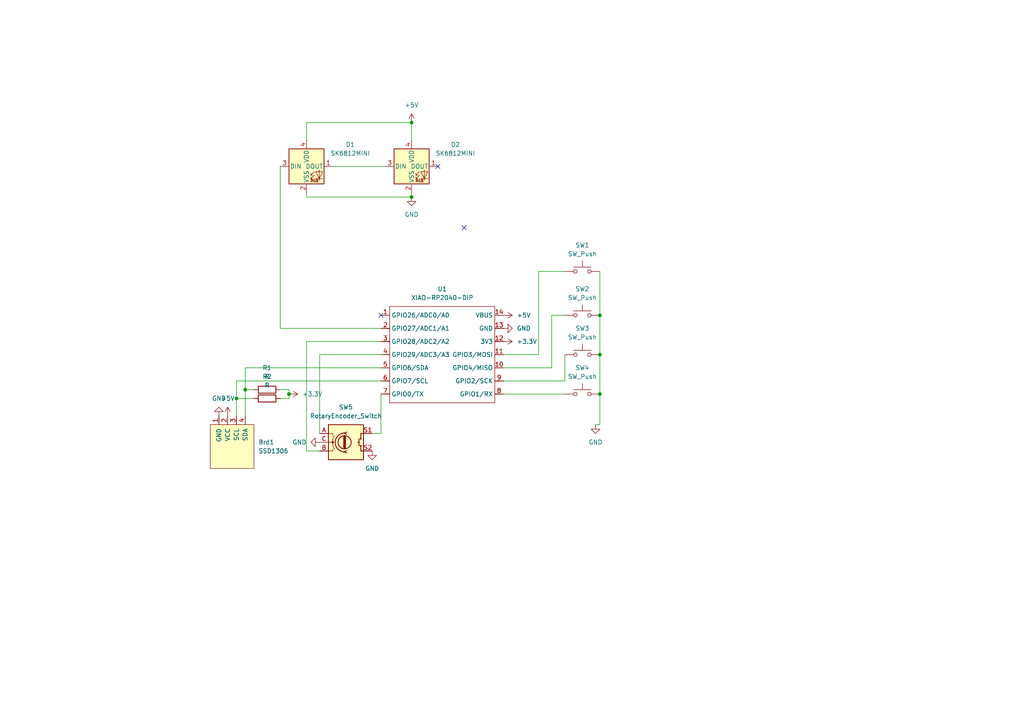
<source format=kicad_sch>
(kicad_sch
	(version 20231120)
	(generator "eeschema")
	(generator_version "8.0")
	(uuid "61877ab9-ea3e-4aff-bdbb-68178e431ae4")
	(paper "A4")
	(lib_symbols
		(symbol "Device:R"
			(pin_numbers hide)
			(pin_names
				(offset 0)
			)
			(exclude_from_sim no)
			(in_bom yes)
			(on_board yes)
			(property "Reference" "R"
				(at 2.032 0 90)
				(effects
					(font
						(size 1.27 1.27)
					)
				)
			)
			(property "Value" "R"
				(at 0 0 90)
				(effects
					(font
						(size 1.27 1.27)
					)
				)
			)
			(property "Footprint" ""
				(at -1.778 0 90)
				(effects
					(font
						(size 1.27 1.27)
					)
					(hide yes)
				)
			)
			(property "Datasheet" "~"
				(at 0 0 0)
				(effects
					(font
						(size 1.27 1.27)
					)
					(hide yes)
				)
			)
			(property "Description" "Resistor"
				(at 0 0 0)
				(effects
					(font
						(size 1.27 1.27)
					)
					(hide yes)
				)
			)
			(property "ki_keywords" "R res resistor"
				(at 0 0 0)
				(effects
					(font
						(size 1.27 1.27)
					)
					(hide yes)
				)
			)
			(property "ki_fp_filters" "R_*"
				(at 0 0 0)
				(effects
					(font
						(size 1.27 1.27)
					)
					(hide yes)
				)
			)
			(symbol "R_0_1"
				(rectangle
					(start -1.016 -2.54)
					(end 1.016 2.54)
					(stroke
						(width 0.254)
						(type default)
					)
					(fill
						(type none)
					)
				)
			)
			(symbol "R_1_1"
				(pin passive line
					(at 0 3.81 270)
					(length 1.27)
					(name "~"
						(effects
							(font
								(size 1.27 1.27)
							)
						)
					)
					(number "1"
						(effects
							(font
								(size 1.27 1.27)
							)
						)
					)
				)
				(pin passive line
					(at 0 -3.81 90)
					(length 1.27)
					(name "~"
						(effects
							(font
								(size 1.27 1.27)
							)
						)
					)
					(number "2"
						(effects
							(font
								(size 1.27 1.27)
							)
						)
					)
				)
			)
		)
		(symbol "Device:RotaryEncoder_Switch"
			(pin_names
				(offset 0.254) hide)
			(exclude_from_sim no)
			(in_bom yes)
			(on_board yes)
			(property "Reference" "SW"
				(at 0 6.604 0)
				(effects
					(font
						(size 1.27 1.27)
					)
				)
			)
			(property "Value" "RotaryEncoder_Switch"
				(at 0 -6.604 0)
				(effects
					(font
						(size 1.27 1.27)
					)
				)
			)
			(property "Footprint" ""
				(at -3.81 4.064 0)
				(effects
					(font
						(size 1.27 1.27)
					)
					(hide yes)
				)
			)
			(property "Datasheet" "~"
				(at 0 6.604 0)
				(effects
					(font
						(size 1.27 1.27)
					)
					(hide yes)
				)
			)
			(property "Description" "Rotary encoder, dual channel, incremental quadrate outputs, with switch"
				(at 0 0 0)
				(effects
					(font
						(size 1.27 1.27)
					)
					(hide yes)
				)
			)
			(property "ki_keywords" "rotary switch encoder switch push button"
				(at 0 0 0)
				(effects
					(font
						(size 1.27 1.27)
					)
					(hide yes)
				)
			)
			(property "ki_fp_filters" "RotaryEncoder*Switch*"
				(at 0 0 0)
				(effects
					(font
						(size 1.27 1.27)
					)
					(hide yes)
				)
			)
			(symbol "RotaryEncoder_Switch_0_1"
				(rectangle
					(start -5.08 5.08)
					(end 5.08 -5.08)
					(stroke
						(width 0.254)
						(type default)
					)
					(fill
						(type background)
					)
				)
				(circle
					(center -3.81 0)
					(radius 0.254)
					(stroke
						(width 0)
						(type default)
					)
					(fill
						(type outline)
					)
				)
				(circle
					(center -0.381 0)
					(radius 1.905)
					(stroke
						(width 0.254)
						(type default)
					)
					(fill
						(type none)
					)
				)
				(arc
					(start -0.381 2.667)
					(mid -3.0988 -0.0635)
					(end -0.381 -2.794)
					(stroke
						(width 0.254)
						(type default)
					)
					(fill
						(type none)
					)
				)
				(polyline
					(pts
						(xy -0.635 -1.778) (xy -0.635 1.778)
					)
					(stroke
						(width 0.254)
						(type default)
					)
					(fill
						(type none)
					)
				)
				(polyline
					(pts
						(xy -0.381 -1.778) (xy -0.381 1.778)
					)
					(stroke
						(width 0.254)
						(type default)
					)
					(fill
						(type none)
					)
				)
				(polyline
					(pts
						(xy -0.127 1.778) (xy -0.127 -1.778)
					)
					(stroke
						(width 0.254)
						(type default)
					)
					(fill
						(type none)
					)
				)
				(polyline
					(pts
						(xy 3.81 0) (xy 3.429 0)
					)
					(stroke
						(width 0.254)
						(type default)
					)
					(fill
						(type none)
					)
				)
				(polyline
					(pts
						(xy 3.81 1.016) (xy 3.81 -1.016)
					)
					(stroke
						(width 0.254)
						(type default)
					)
					(fill
						(type none)
					)
				)
				(polyline
					(pts
						(xy -5.08 -2.54) (xy -3.81 -2.54) (xy -3.81 -2.032)
					)
					(stroke
						(width 0)
						(type default)
					)
					(fill
						(type none)
					)
				)
				(polyline
					(pts
						(xy -5.08 2.54) (xy -3.81 2.54) (xy -3.81 2.032)
					)
					(stroke
						(width 0)
						(type default)
					)
					(fill
						(type none)
					)
				)
				(polyline
					(pts
						(xy 0.254 -3.048) (xy -0.508 -2.794) (xy 0.127 -2.413)
					)
					(stroke
						(width 0.254)
						(type default)
					)
					(fill
						(type none)
					)
				)
				(polyline
					(pts
						(xy 0.254 2.921) (xy -0.508 2.667) (xy 0.127 2.286)
					)
					(stroke
						(width 0.254)
						(type default)
					)
					(fill
						(type none)
					)
				)
				(polyline
					(pts
						(xy 5.08 -2.54) (xy 4.318 -2.54) (xy 4.318 -1.016)
					)
					(stroke
						(width 0.254)
						(type default)
					)
					(fill
						(type none)
					)
				)
				(polyline
					(pts
						(xy 5.08 2.54) (xy 4.318 2.54) (xy 4.318 1.016)
					)
					(stroke
						(width 0.254)
						(type default)
					)
					(fill
						(type none)
					)
				)
				(polyline
					(pts
						(xy -5.08 0) (xy -3.81 0) (xy -3.81 -1.016) (xy -3.302 -2.032)
					)
					(stroke
						(width 0)
						(type default)
					)
					(fill
						(type none)
					)
				)
				(polyline
					(pts
						(xy -4.318 0) (xy -3.81 0) (xy -3.81 1.016) (xy -3.302 2.032)
					)
					(stroke
						(width 0)
						(type default)
					)
					(fill
						(type none)
					)
				)
				(circle
					(center 4.318 -1.016)
					(radius 0.127)
					(stroke
						(width 0.254)
						(type default)
					)
					(fill
						(type none)
					)
				)
				(circle
					(center 4.318 1.016)
					(radius 0.127)
					(stroke
						(width 0.254)
						(type default)
					)
					(fill
						(type none)
					)
				)
			)
			(symbol "RotaryEncoder_Switch_1_1"
				(pin passive line
					(at -7.62 2.54 0)
					(length 2.54)
					(name "A"
						(effects
							(font
								(size 1.27 1.27)
							)
						)
					)
					(number "A"
						(effects
							(font
								(size 1.27 1.27)
							)
						)
					)
				)
				(pin passive line
					(at -7.62 -2.54 0)
					(length 2.54)
					(name "B"
						(effects
							(font
								(size 1.27 1.27)
							)
						)
					)
					(number "B"
						(effects
							(font
								(size 1.27 1.27)
							)
						)
					)
				)
				(pin passive line
					(at -7.62 0 0)
					(length 2.54)
					(name "C"
						(effects
							(font
								(size 1.27 1.27)
							)
						)
					)
					(number "C"
						(effects
							(font
								(size 1.27 1.27)
							)
						)
					)
				)
				(pin passive line
					(at 7.62 2.54 180)
					(length 2.54)
					(name "S1"
						(effects
							(font
								(size 1.27 1.27)
							)
						)
					)
					(number "S1"
						(effects
							(font
								(size 1.27 1.27)
							)
						)
					)
				)
				(pin passive line
					(at 7.62 -2.54 180)
					(length 2.54)
					(name "S2"
						(effects
							(font
								(size 1.27 1.27)
							)
						)
					)
					(number "S2"
						(effects
							(font
								(size 1.27 1.27)
							)
						)
					)
				)
			)
		)
		(symbol "LED:SK6812MINI"
			(pin_names
				(offset 0.254)
			)
			(exclude_from_sim no)
			(in_bom yes)
			(on_board yes)
			(property "Reference" "D"
				(at 5.08 5.715 0)
				(effects
					(font
						(size 1.27 1.27)
					)
					(justify right bottom)
				)
			)
			(property "Value" "SK6812MINI"
				(at 1.27 -5.715 0)
				(effects
					(font
						(size 1.27 1.27)
					)
					(justify left top)
				)
			)
			(property "Footprint" "LED_SMD:LED_SK6812MINI_PLCC4_3.5x3.5mm_P1.75mm"
				(at 1.27 -7.62 0)
				(effects
					(font
						(size 1.27 1.27)
					)
					(justify left top)
					(hide yes)
				)
			)
			(property "Datasheet" "https://cdn-shop.adafruit.com/product-files/2686/SK6812MINI_REV.01-1-2.pdf"
				(at 2.54 -9.525 0)
				(effects
					(font
						(size 1.27 1.27)
					)
					(justify left top)
					(hide yes)
				)
			)
			(property "Description" "RGB LED with integrated controller"
				(at 0 0 0)
				(effects
					(font
						(size 1.27 1.27)
					)
					(hide yes)
				)
			)
			(property "ki_keywords" "RGB LED NeoPixel Mini addressable"
				(at 0 0 0)
				(effects
					(font
						(size 1.27 1.27)
					)
					(hide yes)
				)
			)
			(property "ki_fp_filters" "LED*SK6812MINI*PLCC*3.5x3.5mm*P1.75mm*"
				(at 0 0 0)
				(effects
					(font
						(size 1.27 1.27)
					)
					(hide yes)
				)
			)
			(symbol "SK6812MINI_0_0"
				(text "RGB"
					(at 2.286 -4.191 0)
					(effects
						(font
							(size 0.762 0.762)
						)
					)
				)
			)
			(symbol "SK6812MINI_0_1"
				(polyline
					(pts
						(xy 1.27 -3.556) (xy 1.778 -3.556)
					)
					(stroke
						(width 0)
						(type default)
					)
					(fill
						(type none)
					)
				)
				(polyline
					(pts
						(xy 1.27 -2.54) (xy 1.778 -2.54)
					)
					(stroke
						(width 0)
						(type default)
					)
					(fill
						(type none)
					)
				)
				(polyline
					(pts
						(xy 4.699 -3.556) (xy 2.667 -3.556)
					)
					(stroke
						(width 0)
						(type default)
					)
					(fill
						(type none)
					)
				)
				(polyline
					(pts
						(xy 2.286 -2.54) (xy 1.27 -3.556) (xy 1.27 -3.048)
					)
					(stroke
						(width 0)
						(type default)
					)
					(fill
						(type none)
					)
				)
				(polyline
					(pts
						(xy 2.286 -1.524) (xy 1.27 -2.54) (xy 1.27 -2.032)
					)
					(stroke
						(width 0)
						(type default)
					)
					(fill
						(type none)
					)
				)
				(polyline
					(pts
						(xy 3.683 -1.016) (xy 3.683 -3.556) (xy 3.683 -4.064)
					)
					(stroke
						(width 0)
						(type default)
					)
					(fill
						(type none)
					)
				)
				(polyline
					(pts
						(xy 4.699 -1.524) (xy 2.667 -1.524) (xy 3.683 -3.556) (xy 4.699 -1.524)
					)
					(stroke
						(width 0)
						(type default)
					)
					(fill
						(type none)
					)
				)
				(rectangle
					(start 5.08 5.08)
					(end -5.08 -5.08)
					(stroke
						(width 0.254)
						(type default)
					)
					(fill
						(type background)
					)
				)
			)
			(symbol "SK6812MINI_1_1"
				(pin output line
					(at 7.62 0 180)
					(length 2.54)
					(name "DOUT"
						(effects
							(font
								(size 1.27 1.27)
							)
						)
					)
					(number "1"
						(effects
							(font
								(size 1.27 1.27)
							)
						)
					)
				)
				(pin power_in line
					(at 0 -7.62 90)
					(length 2.54)
					(name "VSS"
						(effects
							(font
								(size 1.27 1.27)
							)
						)
					)
					(number "2"
						(effects
							(font
								(size 1.27 1.27)
							)
						)
					)
				)
				(pin input line
					(at -7.62 0 0)
					(length 2.54)
					(name "DIN"
						(effects
							(font
								(size 1.27 1.27)
							)
						)
					)
					(number "3"
						(effects
							(font
								(size 1.27 1.27)
							)
						)
					)
				)
				(pin power_in line
					(at 0 7.62 270)
					(length 2.54)
					(name "VDD"
						(effects
							(font
								(size 1.27 1.27)
							)
						)
					)
					(number "4"
						(effects
							(font
								(size 1.27 1.27)
							)
						)
					)
				)
			)
		)
		(symbol "OPL:XIAO-RP2040-DIP"
			(exclude_from_sim no)
			(in_bom yes)
			(on_board yes)
			(property "Reference" "U"
				(at 0 0 0)
				(effects
					(font
						(size 1.27 1.27)
					)
				)
			)
			(property "Value" "XIAO-RP2040-DIP"
				(at 5.334 -1.778 0)
				(effects
					(font
						(size 1.27 1.27)
					)
				)
			)
			(property "Footprint" "Module:MOUDLE14P-XIAO-DIP-SMD"
				(at 14.478 -32.258 0)
				(effects
					(font
						(size 1.27 1.27)
					)
					(hide yes)
				)
			)
			(property "Datasheet" ""
				(at 0 0 0)
				(effects
					(font
						(size 1.27 1.27)
					)
					(hide yes)
				)
			)
			(property "Description" ""
				(at 0 0 0)
				(effects
					(font
						(size 1.27 1.27)
					)
					(hide yes)
				)
			)
			(symbol "XIAO-RP2040-DIP_1_0"
				(polyline
					(pts
						(xy -1.27 -30.48) (xy -1.27 -16.51)
					)
					(stroke
						(width 0.1524)
						(type solid)
					)
					(fill
						(type none)
					)
				)
				(polyline
					(pts
						(xy -1.27 -27.94) (xy -2.54 -27.94)
					)
					(stroke
						(width 0.1524)
						(type solid)
					)
					(fill
						(type none)
					)
				)
				(polyline
					(pts
						(xy -1.27 -24.13) (xy -2.54 -24.13)
					)
					(stroke
						(width 0.1524)
						(type solid)
					)
					(fill
						(type none)
					)
				)
				(polyline
					(pts
						(xy -1.27 -20.32) (xy -2.54 -20.32)
					)
					(stroke
						(width 0.1524)
						(type solid)
					)
					(fill
						(type none)
					)
				)
				(polyline
					(pts
						(xy -1.27 -16.51) (xy -2.54 -16.51)
					)
					(stroke
						(width 0.1524)
						(type solid)
					)
					(fill
						(type none)
					)
				)
				(polyline
					(pts
						(xy -1.27 -16.51) (xy -1.27 -12.7)
					)
					(stroke
						(width 0.1524)
						(type solid)
					)
					(fill
						(type none)
					)
				)
				(polyline
					(pts
						(xy -1.27 -12.7) (xy -2.54 -12.7)
					)
					(stroke
						(width 0.1524)
						(type solid)
					)
					(fill
						(type none)
					)
				)
				(polyline
					(pts
						(xy -1.27 -12.7) (xy -1.27 -8.89)
					)
					(stroke
						(width 0.1524)
						(type solid)
					)
					(fill
						(type none)
					)
				)
				(polyline
					(pts
						(xy -1.27 -8.89) (xy -2.54 -8.89)
					)
					(stroke
						(width 0.1524)
						(type solid)
					)
					(fill
						(type none)
					)
				)
				(polyline
					(pts
						(xy -1.27 -8.89) (xy -1.27 -5.08)
					)
					(stroke
						(width 0.1524)
						(type solid)
					)
					(fill
						(type none)
					)
				)
				(polyline
					(pts
						(xy -1.27 -5.08) (xy -2.54 -5.08)
					)
					(stroke
						(width 0.1524)
						(type solid)
					)
					(fill
						(type none)
					)
				)
				(polyline
					(pts
						(xy -1.27 -5.08) (xy -1.27 -2.54)
					)
					(stroke
						(width 0.1524)
						(type solid)
					)
					(fill
						(type none)
					)
				)
				(polyline
					(pts
						(xy -1.27 -2.54) (xy 29.21 -2.54)
					)
					(stroke
						(width 0.1524)
						(type solid)
					)
					(fill
						(type none)
					)
				)
				(polyline
					(pts
						(xy 29.21 -30.48) (xy -1.27 -30.48)
					)
					(stroke
						(width 0.1524)
						(type solid)
					)
					(fill
						(type none)
					)
				)
				(polyline
					(pts
						(xy 29.21 -12.7) (xy 29.21 -30.48)
					)
					(stroke
						(width 0.1524)
						(type solid)
					)
					(fill
						(type none)
					)
				)
				(polyline
					(pts
						(xy 29.21 -8.89) (xy 29.21 -12.7)
					)
					(stroke
						(width 0.1524)
						(type solid)
					)
					(fill
						(type none)
					)
				)
				(polyline
					(pts
						(xy 29.21 -5.08) (xy 29.21 -8.89)
					)
					(stroke
						(width 0.1524)
						(type solid)
					)
					(fill
						(type none)
					)
				)
				(polyline
					(pts
						(xy 29.21 -2.54) (xy 29.21 -5.08)
					)
					(stroke
						(width 0.1524)
						(type solid)
					)
					(fill
						(type none)
					)
				)
				(polyline
					(pts
						(xy 30.48 -27.94) (xy 29.21 -27.94)
					)
					(stroke
						(width 0.1524)
						(type solid)
					)
					(fill
						(type none)
					)
				)
				(polyline
					(pts
						(xy 30.48 -24.13) (xy 29.21 -24.13)
					)
					(stroke
						(width 0.1524)
						(type solid)
					)
					(fill
						(type none)
					)
				)
				(polyline
					(pts
						(xy 30.48 -20.32) (xy 29.21 -20.32)
					)
					(stroke
						(width 0.1524)
						(type solid)
					)
					(fill
						(type none)
					)
				)
				(polyline
					(pts
						(xy 30.48 -16.51) (xy 29.21 -16.51)
					)
					(stroke
						(width 0.1524)
						(type solid)
					)
					(fill
						(type none)
					)
				)
				(polyline
					(pts
						(xy 30.48 -12.7) (xy 29.21 -12.7)
					)
					(stroke
						(width 0.1524)
						(type solid)
					)
					(fill
						(type none)
					)
				)
				(polyline
					(pts
						(xy 30.48 -8.89) (xy 29.21 -8.89)
					)
					(stroke
						(width 0.1524)
						(type solid)
					)
					(fill
						(type none)
					)
				)
				(polyline
					(pts
						(xy 30.48 -5.08) (xy 29.21 -5.08)
					)
					(stroke
						(width 0.1524)
						(type solid)
					)
					(fill
						(type none)
					)
				)
				(pin passive line
					(at -3.81 -5.08 0)
					(length 2.54)
					(name "GPIO26/ADC0/A0"
						(effects
							(font
								(size 1.27 1.27)
							)
						)
					)
					(number "1"
						(effects
							(font
								(size 1.27 1.27)
							)
						)
					)
				)
				(pin passive line
					(at 31.75 -20.32 180)
					(length 2.54)
					(name "GPIO4/MISO"
						(effects
							(font
								(size 1.27 1.27)
							)
						)
					)
					(number "10"
						(effects
							(font
								(size 1.27 1.27)
							)
						)
					)
				)
				(pin passive line
					(at 31.75 -16.51 180)
					(length 2.54)
					(name "GPIO3/MOSI"
						(effects
							(font
								(size 1.27 1.27)
							)
						)
					)
					(number "11"
						(effects
							(font
								(size 1.27 1.27)
							)
						)
					)
				)
				(pin passive line
					(at 31.75 -12.7 180)
					(length 2.54)
					(name "3V3"
						(effects
							(font
								(size 1.27 1.27)
							)
						)
					)
					(number "12"
						(effects
							(font
								(size 1.27 1.27)
							)
						)
					)
				)
				(pin passive line
					(at 31.75 -8.89 180)
					(length 2.54)
					(name "GND"
						(effects
							(font
								(size 1.27 1.27)
							)
						)
					)
					(number "13"
						(effects
							(font
								(size 1.27 1.27)
							)
						)
					)
				)
				(pin passive line
					(at 31.75 -5.08 180)
					(length 2.54)
					(name "VBUS"
						(effects
							(font
								(size 1.27 1.27)
							)
						)
					)
					(number "14"
						(effects
							(font
								(size 1.27 1.27)
							)
						)
					)
				)
				(pin passive line
					(at -3.81 -8.89 0)
					(length 2.54)
					(name "GPIO27/ADC1/A1"
						(effects
							(font
								(size 1.27 1.27)
							)
						)
					)
					(number "2"
						(effects
							(font
								(size 1.27 1.27)
							)
						)
					)
				)
				(pin passive line
					(at -3.81 -12.7 0)
					(length 2.54)
					(name "GPIO28/ADC2/A2"
						(effects
							(font
								(size 1.27 1.27)
							)
						)
					)
					(number "3"
						(effects
							(font
								(size 1.27 1.27)
							)
						)
					)
				)
				(pin passive line
					(at -3.81 -16.51 0)
					(length 2.54)
					(name "GPIO29/ADC3/A3"
						(effects
							(font
								(size 1.27 1.27)
							)
						)
					)
					(number "4"
						(effects
							(font
								(size 1.27 1.27)
							)
						)
					)
				)
				(pin passive line
					(at -3.81 -20.32 0)
					(length 2.54)
					(name "GPIO6/SDA"
						(effects
							(font
								(size 1.27 1.27)
							)
						)
					)
					(number "5"
						(effects
							(font
								(size 1.27 1.27)
							)
						)
					)
				)
				(pin passive line
					(at -3.81 -24.13 0)
					(length 2.54)
					(name "GPIO7/SCL"
						(effects
							(font
								(size 1.27 1.27)
							)
						)
					)
					(number "6"
						(effects
							(font
								(size 1.27 1.27)
							)
						)
					)
				)
				(pin passive line
					(at -3.81 -27.94 0)
					(length 2.54)
					(name "GPIO0/TX"
						(effects
							(font
								(size 1.27 1.27)
							)
						)
					)
					(number "7"
						(effects
							(font
								(size 1.27 1.27)
							)
						)
					)
				)
				(pin passive line
					(at 31.75 -27.94 180)
					(length 2.54)
					(name "GPIO1/RX"
						(effects
							(font
								(size 1.27 1.27)
							)
						)
					)
					(number "8"
						(effects
							(font
								(size 1.27 1.27)
							)
						)
					)
				)
				(pin passive line
					(at 31.75 -24.13 180)
					(length 2.54)
					(name "GPIO2/SCK"
						(effects
							(font
								(size 1.27 1.27)
							)
						)
					)
					(number "9"
						(effects
							(font
								(size 1.27 1.27)
							)
						)
					)
				)
			)
		)
		(symbol "SSD1306:SSD1306"
			(pin_names
				(offset 1.016)
			)
			(exclude_from_sim no)
			(in_bom yes)
			(on_board yes)
			(property "Reference" "Brd"
				(at 0 -3.81 0)
				(effects
					(font
						(size 1.27 1.27)
					)
				)
			)
			(property "Value" "SSD1306"
				(at 0 -1.27 0)
				(effects
					(font
						(size 1.27 1.27)
					)
				)
			)
			(property "Footprint" ""
				(at 0 6.35 0)
				(effects
					(font
						(size 1.27 1.27)
					)
					(hide yes)
				)
			)
			(property "Datasheet" ""
				(at 0 6.35 0)
				(effects
					(font
						(size 1.27 1.27)
					)
					(hide yes)
				)
			)
			(property "Description" "SSD1306 OLED"
				(at 0 0 0)
				(effects
					(font
						(size 1.27 1.27)
					)
					(hide yes)
				)
			)
			(property "ki_keywords" "SSD1306"
				(at 0 0 0)
				(effects
					(font
						(size 1.27 1.27)
					)
					(hide yes)
				)
			)
			(property "ki_fp_filters" "SSD1306-128x64_OLED:SSD1306"
				(at 0 0 0)
				(effects
					(font
						(size 1.27 1.27)
					)
					(hide yes)
				)
			)
			(symbol "SSD1306_0_1"
				(rectangle
					(start -6.35 6.35)
					(end 6.35 -6.35)
					(stroke
						(width 0)
						(type solid)
					)
					(fill
						(type background)
					)
				)
			)
			(symbol "SSD1306_1_1"
				(pin input line
					(at -3.81 8.89 270)
					(length 2.54)
					(name "GND"
						(effects
							(font
								(size 1.27 1.27)
							)
						)
					)
					(number "1"
						(effects
							(font
								(size 1.27 1.27)
							)
						)
					)
				)
				(pin input line
					(at -1.27 8.89 270)
					(length 2.54)
					(name "VCC"
						(effects
							(font
								(size 1.27 1.27)
							)
						)
					)
					(number "2"
						(effects
							(font
								(size 1.27 1.27)
							)
						)
					)
				)
				(pin input line
					(at 1.27 8.89 270)
					(length 2.54)
					(name "SCL"
						(effects
							(font
								(size 1.27 1.27)
							)
						)
					)
					(number "3"
						(effects
							(font
								(size 1.27 1.27)
							)
						)
					)
				)
				(pin input line
					(at 3.81 8.89 270)
					(length 2.54)
					(name "SDA"
						(effects
							(font
								(size 1.27 1.27)
							)
						)
					)
					(number "4"
						(effects
							(font
								(size 1.27 1.27)
							)
						)
					)
				)
			)
		)
		(symbol "Switch:SW_Push"
			(pin_numbers hide)
			(pin_names
				(offset 1.016) hide)
			(exclude_from_sim no)
			(in_bom yes)
			(on_board yes)
			(property "Reference" "SW"
				(at 1.27 2.54 0)
				(effects
					(font
						(size 1.27 1.27)
					)
					(justify left)
				)
			)
			(property "Value" "SW_Push"
				(at 0 -1.524 0)
				(effects
					(font
						(size 1.27 1.27)
					)
				)
			)
			(property "Footprint" ""
				(at 0 5.08 0)
				(effects
					(font
						(size 1.27 1.27)
					)
					(hide yes)
				)
			)
			(property "Datasheet" "~"
				(at 0 5.08 0)
				(effects
					(font
						(size 1.27 1.27)
					)
					(hide yes)
				)
			)
			(property "Description" "Push button switch, generic, two pins"
				(at 0 0 0)
				(effects
					(font
						(size 1.27 1.27)
					)
					(hide yes)
				)
			)
			(property "ki_keywords" "switch normally-open pushbutton push-button"
				(at 0 0 0)
				(effects
					(font
						(size 1.27 1.27)
					)
					(hide yes)
				)
			)
			(symbol "SW_Push_0_1"
				(circle
					(center -2.032 0)
					(radius 0.508)
					(stroke
						(width 0)
						(type default)
					)
					(fill
						(type none)
					)
				)
				(polyline
					(pts
						(xy 0 1.27) (xy 0 3.048)
					)
					(stroke
						(width 0)
						(type default)
					)
					(fill
						(type none)
					)
				)
				(polyline
					(pts
						(xy 2.54 1.27) (xy -2.54 1.27)
					)
					(stroke
						(width 0)
						(type default)
					)
					(fill
						(type none)
					)
				)
				(circle
					(center 2.032 0)
					(radius 0.508)
					(stroke
						(width 0)
						(type default)
					)
					(fill
						(type none)
					)
				)
				(pin passive line
					(at -5.08 0 0)
					(length 2.54)
					(name "1"
						(effects
							(font
								(size 1.27 1.27)
							)
						)
					)
					(number "1"
						(effects
							(font
								(size 1.27 1.27)
							)
						)
					)
				)
				(pin passive line
					(at 5.08 0 180)
					(length 2.54)
					(name "2"
						(effects
							(font
								(size 1.27 1.27)
							)
						)
					)
					(number "2"
						(effects
							(font
								(size 1.27 1.27)
							)
						)
					)
				)
			)
		)
		(symbol "power:+3.3V"
			(power)
			(pin_numbers hide)
			(pin_names
				(offset 0) hide)
			(exclude_from_sim no)
			(in_bom yes)
			(on_board yes)
			(property "Reference" "#PWR"
				(at 0 -3.81 0)
				(effects
					(font
						(size 1.27 1.27)
					)
					(hide yes)
				)
			)
			(property "Value" "+3.3V"
				(at 0 3.556 0)
				(effects
					(font
						(size 1.27 1.27)
					)
				)
			)
			(property "Footprint" ""
				(at 0 0 0)
				(effects
					(font
						(size 1.27 1.27)
					)
					(hide yes)
				)
			)
			(property "Datasheet" ""
				(at 0 0 0)
				(effects
					(font
						(size 1.27 1.27)
					)
					(hide yes)
				)
			)
			(property "Description" "Power symbol creates a global label with name \"+3.3V\""
				(at 0 0 0)
				(effects
					(font
						(size 1.27 1.27)
					)
					(hide yes)
				)
			)
			(property "ki_keywords" "global power"
				(at 0 0 0)
				(effects
					(font
						(size 1.27 1.27)
					)
					(hide yes)
				)
			)
			(symbol "+3.3V_0_1"
				(polyline
					(pts
						(xy -0.762 1.27) (xy 0 2.54)
					)
					(stroke
						(width 0)
						(type default)
					)
					(fill
						(type none)
					)
				)
				(polyline
					(pts
						(xy 0 0) (xy 0 2.54)
					)
					(stroke
						(width 0)
						(type default)
					)
					(fill
						(type none)
					)
				)
				(polyline
					(pts
						(xy 0 2.54) (xy 0.762 1.27)
					)
					(stroke
						(width 0)
						(type default)
					)
					(fill
						(type none)
					)
				)
			)
			(symbol "+3.3V_1_1"
				(pin power_in line
					(at 0 0 90)
					(length 0)
					(name "~"
						(effects
							(font
								(size 1.27 1.27)
							)
						)
					)
					(number "1"
						(effects
							(font
								(size 1.27 1.27)
							)
						)
					)
				)
			)
		)
		(symbol "power:+5V"
			(power)
			(pin_numbers hide)
			(pin_names
				(offset 0) hide)
			(exclude_from_sim no)
			(in_bom yes)
			(on_board yes)
			(property "Reference" "#PWR"
				(at 0 -3.81 0)
				(effects
					(font
						(size 1.27 1.27)
					)
					(hide yes)
				)
			)
			(property "Value" "+5V"
				(at 0 3.556 0)
				(effects
					(font
						(size 1.27 1.27)
					)
				)
			)
			(property "Footprint" ""
				(at 0 0 0)
				(effects
					(font
						(size 1.27 1.27)
					)
					(hide yes)
				)
			)
			(property "Datasheet" ""
				(at 0 0 0)
				(effects
					(font
						(size 1.27 1.27)
					)
					(hide yes)
				)
			)
			(property "Description" "Power symbol creates a global label with name \"+5V\""
				(at 0 0 0)
				(effects
					(font
						(size 1.27 1.27)
					)
					(hide yes)
				)
			)
			(property "ki_keywords" "global power"
				(at 0 0 0)
				(effects
					(font
						(size 1.27 1.27)
					)
					(hide yes)
				)
			)
			(symbol "+5V_0_1"
				(polyline
					(pts
						(xy -0.762 1.27) (xy 0 2.54)
					)
					(stroke
						(width 0)
						(type default)
					)
					(fill
						(type none)
					)
				)
				(polyline
					(pts
						(xy 0 0) (xy 0 2.54)
					)
					(stroke
						(width 0)
						(type default)
					)
					(fill
						(type none)
					)
				)
				(polyline
					(pts
						(xy 0 2.54) (xy 0.762 1.27)
					)
					(stroke
						(width 0)
						(type default)
					)
					(fill
						(type none)
					)
				)
			)
			(symbol "+5V_1_1"
				(pin power_in line
					(at 0 0 90)
					(length 0)
					(name "~"
						(effects
							(font
								(size 1.27 1.27)
							)
						)
					)
					(number "1"
						(effects
							(font
								(size 1.27 1.27)
							)
						)
					)
				)
			)
		)
		(symbol "power:GND"
			(power)
			(pin_numbers hide)
			(pin_names
				(offset 0) hide)
			(exclude_from_sim no)
			(in_bom yes)
			(on_board yes)
			(property "Reference" "#PWR"
				(at 0 -6.35 0)
				(effects
					(font
						(size 1.27 1.27)
					)
					(hide yes)
				)
			)
			(property "Value" "GND"
				(at 0 -3.81 0)
				(effects
					(font
						(size 1.27 1.27)
					)
				)
			)
			(property "Footprint" ""
				(at 0 0 0)
				(effects
					(font
						(size 1.27 1.27)
					)
					(hide yes)
				)
			)
			(property "Datasheet" ""
				(at 0 0 0)
				(effects
					(font
						(size 1.27 1.27)
					)
					(hide yes)
				)
			)
			(property "Description" "Power symbol creates a global label with name \"GND\" , ground"
				(at 0 0 0)
				(effects
					(font
						(size 1.27 1.27)
					)
					(hide yes)
				)
			)
			(property "ki_keywords" "global power"
				(at 0 0 0)
				(effects
					(font
						(size 1.27 1.27)
					)
					(hide yes)
				)
			)
			(symbol "GND_0_1"
				(polyline
					(pts
						(xy 0 0) (xy 0 -1.27) (xy 1.27 -1.27) (xy 0 -2.54) (xy -1.27 -1.27) (xy 0 -1.27)
					)
					(stroke
						(width 0)
						(type default)
					)
					(fill
						(type none)
					)
				)
			)
			(symbol "GND_1_1"
				(pin power_in line
					(at 0 0 270)
					(length 0)
					(name "~"
						(effects
							(font
								(size 1.27 1.27)
							)
						)
					)
					(number "1"
						(effects
							(font
								(size 1.27 1.27)
							)
						)
					)
				)
			)
		)
	)
	(junction
		(at 119.38 57.15)
		(diameter 0)
		(color 0 0 0 0)
		(uuid "018d6b24-2826-4051-bbe0-a7aa30d4363e")
	)
	(junction
		(at 173.99 114.3)
		(diameter 0)
		(color 0 0 0 0)
		(uuid "24b60cb5-6714-4358-bea4-dabc26cfa924")
	)
	(junction
		(at 173.99 102.87)
		(diameter 0)
		(color 0 0 0 0)
		(uuid "32d73b1b-9d4e-4e26-835c-244813b3cf6b")
	)
	(junction
		(at 173.99 91.44)
		(diameter 0)
		(color 0 0 0 0)
		(uuid "473a9a72-cd44-4618-9f7d-1b558a35c5c8")
	)
	(junction
		(at 71.12 113.03)
		(diameter 0)
		(color 0 0 0 0)
		(uuid "64375669-afad-4fa4-820c-a907bd5dcbca")
	)
	(junction
		(at 68.58 115.57)
		(diameter 0)
		(color 0 0 0 0)
		(uuid "66ba605a-0565-4887-b5e9-10f578a92f8f")
	)
	(junction
		(at 83.82 114.3)
		(diameter 0)
		(color 0 0 0 0)
		(uuid "bb5aabe6-6abc-4bab-a592-bcd8e0437f06")
	)
	(junction
		(at 119.38 35.56)
		(diameter 0)
		(color 0 0 0 0)
		(uuid "deeb7b2b-9777-460a-a7ec-e1f508819d8c")
	)
	(no_connect
		(at 110.49 91.44)
		(uuid "c1d1e48b-4bd4-4716-8d57-04c874eafe96")
	)
	(no_connect
		(at 134.62 66.04)
		(uuid "cec81104-cd0c-4377-bb4a-56365b82749b")
	)
	(no_connect
		(at 127 48.26)
		(uuid "da0dabfa-1c15-4ed5-ab78-b83928ff3a38")
	)
	(wire
		(pts
			(xy 110.49 99.06) (xy 88.9 99.06)
		)
		(stroke
			(width 0)
			(type default)
		)
		(uuid "07ccda68-a86a-4ac8-8cb3-99e64c6554e9")
	)
	(wire
		(pts
			(xy 96.52 48.26) (xy 111.76 48.26)
		)
		(stroke
			(width 0)
			(type default)
		)
		(uuid "0be14eac-b058-4a60-a8a7-e6e3c2e94760")
	)
	(wire
		(pts
			(xy 88.9 57.15) (xy 119.38 57.15)
		)
		(stroke
			(width 0)
			(type default)
		)
		(uuid "1148be98-d9bd-4353-81dc-7f0002697a85")
	)
	(wire
		(pts
			(xy 110.49 114.3) (xy 110.49 125.73)
		)
		(stroke
			(width 0)
			(type default)
		)
		(uuid "2165ea91-0e3e-4626-b9eb-f2d5a31e9cb8")
	)
	(wire
		(pts
			(xy 68.58 115.57) (xy 73.66 115.57)
		)
		(stroke
			(width 0)
			(type default)
		)
		(uuid "21834070-9d1f-478b-aba1-a8f004941b61")
	)
	(wire
		(pts
			(xy 173.99 114.3) (xy 173.99 123.19)
		)
		(stroke
			(width 0)
			(type default)
		)
		(uuid "23bf750a-633a-453f-b142-38efe2c636cf")
	)
	(wire
		(pts
			(xy 88.9 55.88) (xy 88.9 57.15)
		)
		(stroke
			(width 0)
			(type default)
		)
		(uuid "3df93827-bbd4-46d2-9872-9e4c18cac302")
	)
	(wire
		(pts
			(xy 119.38 35.56) (xy 119.38 40.64)
		)
		(stroke
			(width 0)
			(type default)
		)
		(uuid "3fac85b5-2464-4dc2-975f-f5bd0a79e036")
	)
	(wire
		(pts
			(xy 68.58 115.57) (xy 68.58 110.49)
		)
		(stroke
			(width 0)
			(type default)
		)
		(uuid "4004fb55-309f-4f1a-b1ac-29944264a097")
	)
	(wire
		(pts
			(xy 68.58 120.65) (xy 68.58 115.57)
		)
		(stroke
			(width 0)
			(type default)
		)
		(uuid "465d59b9-503a-4333-a414-2efdad5dc4f6")
	)
	(wire
		(pts
			(xy 81.28 115.57) (xy 83.82 115.57)
		)
		(stroke
			(width 0)
			(type default)
		)
		(uuid "593bf03d-c886-4ff7-adb4-9704df19031d")
	)
	(wire
		(pts
			(xy 160.02 91.44) (xy 160.02 106.68)
		)
		(stroke
			(width 0)
			(type default)
		)
		(uuid "5b84939e-fea2-4dc3-b3d9-841248491e20")
	)
	(wire
		(pts
			(xy 71.12 106.68) (xy 110.49 106.68)
		)
		(stroke
			(width 0)
			(type default)
		)
		(uuid "5c39c7ae-fd12-4b2d-8396-034799187fdb")
	)
	(wire
		(pts
			(xy 71.12 113.03) (xy 71.12 106.68)
		)
		(stroke
			(width 0)
			(type default)
		)
		(uuid "635bd20e-5470-460d-a60b-54467e842349")
	)
	(wire
		(pts
			(xy 163.83 91.44) (xy 160.02 91.44)
		)
		(stroke
			(width 0)
			(type default)
		)
		(uuid "6531d4e9-d85f-4d31-bf40-e8a54f346986")
	)
	(wire
		(pts
			(xy 71.12 113.03) (xy 73.66 113.03)
		)
		(stroke
			(width 0)
			(type default)
		)
		(uuid "6c85a8fb-33df-4a67-a9c6-6000fe08a92c")
	)
	(wire
		(pts
			(xy 173.99 123.19) (xy 172.72 123.19)
		)
		(stroke
			(width 0)
			(type default)
		)
		(uuid "7126671e-9afd-4410-ae50-1c087a14136c")
	)
	(wire
		(pts
			(xy 163.83 110.49) (xy 146.05 110.49)
		)
		(stroke
			(width 0)
			(type default)
		)
		(uuid "7453ceff-59c3-436e-8c2d-bc1285d04a18")
	)
	(wire
		(pts
			(xy 81.28 95.25) (xy 81.28 48.26)
		)
		(stroke
			(width 0)
			(type default)
		)
		(uuid "75ba107e-375c-49c9-b5f4-ad96e7329111")
	)
	(wire
		(pts
			(xy 68.58 110.49) (xy 110.49 110.49)
		)
		(stroke
			(width 0)
			(type default)
		)
		(uuid "7fc03482-42c8-4066-8c5b-642e1b973c0d")
	)
	(wire
		(pts
			(xy 88.9 130.81) (xy 92.71 130.81)
		)
		(stroke
			(width 0)
			(type default)
		)
		(uuid "81f7bee7-dfa2-47fc-b4ca-802802d39717")
	)
	(wire
		(pts
			(xy 156.21 102.87) (xy 146.05 102.87)
		)
		(stroke
			(width 0)
			(type default)
		)
		(uuid "8dfe4ce6-6074-4544-ba9a-09034f0f8729")
	)
	(wire
		(pts
			(xy 83.82 114.3) (xy 83.82 115.57)
		)
		(stroke
			(width 0)
			(type default)
		)
		(uuid "95626295-ee1d-420e-a9dc-090623f912b3")
	)
	(wire
		(pts
			(xy 81.28 113.03) (xy 83.82 113.03)
		)
		(stroke
			(width 0)
			(type default)
		)
		(uuid "a1ccfaae-aae1-43d5-953d-a94c70a4953c")
	)
	(wire
		(pts
			(xy 173.99 91.44) (xy 173.99 102.87)
		)
		(stroke
			(width 0)
			(type default)
		)
		(uuid "a23bbc72-6b9f-408c-adf0-539cd67a61b3")
	)
	(wire
		(pts
			(xy 119.38 57.15) (xy 119.38 55.88)
		)
		(stroke
			(width 0)
			(type default)
		)
		(uuid "a2d22f02-b5f7-4db1-bb68-1870a389e9d5")
	)
	(wire
		(pts
			(xy 173.99 102.87) (xy 173.99 114.3)
		)
		(stroke
			(width 0)
			(type default)
		)
		(uuid "a349d374-aee9-44d9-a857-03ac65425605")
	)
	(wire
		(pts
			(xy 88.9 40.64) (xy 88.9 35.56)
		)
		(stroke
			(width 0)
			(type default)
		)
		(uuid "b5742284-1284-4691-9fc7-9ca03dd07a89")
	)
	(wire
		(pts
			(xy 88.9 99.06) (xy 88.9 130.81)
		)
		(stroke
			(width 0)
			(type default)
		)
		(uuid "b72eab16-2c20-43b4-91f3-94b93fea6d33")
	)
	(wire
		(pts
			(xy 163.83 78.74) (xy 156.21 78.74)
		)
		(stroke
			(width 0)
			(type default)
		)
		(uuid "b803a82f-c254-49eb-bdfb-87835a8f5226")
	)
	(wire
		(pts
			(xy 71.12 120.65) (xy 71.12 113.03)
		)
		(stroke
			(width 0)
			(type default)
		)
		(uuid "c1f8bd4e-3ac4-4b87-8cc5-49f3c8800942")
	)
	(wire
		(pts
			(xy 173.99 78.74) (xy 173.99 91.44)
		)
		(stroke
			(width 0)
			(type default)
		)
		(uuid "d491431a-f916-4625-821f-ec9030bc5b5e")
	)
	(wire
		(pts
			(xy 160.02 106.68) (xy 146.05 106.68)
		)
		(stroke
			(width 0)
			(type default)
		)
		(uuid "dc21f731-8ae4-423e-ad26-c654d4b66d38")
	)
	(wire
		(pts
			(xy 156.21 78.74) (xy 156.21 102.87)
		)
		(stroke
			(width 0)
			(type default)
		)
		(uuid "ddc307b4-f764-4f4d-8d48-f61452f204b3")
	)
	(wire
		(pts
			(xy 92.71 102.87) (xy 110.49 102.87)
		)
		(stroke
			(width 0)
			(type default)
		)
		(uuid "e8839954-2c58-42f1-b1e3-c11197ff50e0")
	)
	(wire
		(pts
			(xy 88.9 35.56) (xy 119.38 35.56)
		)
		(stroke
			(width 0)
			(type default)
		)
		(uuid "e932260b-d134-44c9-a07b-4a98692dc8be")
	)
	(wire
		(pts
			(xy 146.05 114.3) (xy 163.83 114.3)
		)
		(stroke
			(width 0)
			(type default)
		)
		(uuid "e938064c-902c-4455-9b0b-09c8398e688b")
	)
	(wire
		(pts
			(xy 163.83 102.87) (xy 163.83 110.49)
		)
		(stroke
			(width 0)
			(type default)
		)
		(uuid "eec8dd92-a7f0-4afe-8a59-f63baece0f04")
	)
	(wire
		(pts
			(xy 83.82 113.03) (xy 83.82 114.3)
		)
		(stroke
			(width 0)
			(type default)
		)
		(uuid "fc33a9fc-be33-4495-b2ed-72081b8c387c")
	)
	(wire
		(pts
			(xy 110.49 95.25) (xy 81.28 95.25)
		)
		(stroke
			(width 0)
			(type default)
		)
		(uuid "fc65a8c7-b11e-4834-939b-a8655ba6c161")
	)
	(wire
		(pts
			(xy 92.71 125.73) (xy 92.71 102.87)
		)
		(stroke
			(width 0)
			(type default)
		)
		(uuid "fed44f77-1ff4-4971-b454-205975047738")
	)
	(wire
		(pts
			(xy 110.49 125.73) (xy 107.95 125.73)
		)
		(stroke
			(width 0)
			(type default)
		)
		(uuid "ff05679b-ed3d-48b6-a2ce-f5cca417f520")
	)
	(symbol
		(lib_id "power:GND")
		(at 92.71 128.27 270)
		(unit 1)
		(exclude_from_sim no)
		(in_bom yes)
		(on_board yes)
		(dnp no)
		(fields_autoplaced yes)
		(uuid "10a28855-386a-46d7-b386-92e8f2b2bf0d")
		(property "Reference" "#PWR05"
			(at 86.36 128.27 0)
			(effects
				(font
					(size 1.27 1.27)
				)
				(hide yes)
			)
		)
		(property "Value" "GND"
			(at 88.9 128.2699 90)
			(effects
				(font
					(size 1.27 1.27)
				)
				(justify right)
			)
		)
		(property "Footprint" ""
			(at 92.71 128.27 0)
			(effects
				(font
					(size 1.27 1.27)
				)
				(hide yes)
			)
		)
		(property "Datasheet" ""
			(at 92.71 128.27 0)
			(effects
				(font
					(size 1.27 1.27)
				)
				(hide yes)
			)
		)
		(property "Description" "Power symbol creates a global label with name \"GND\" , ground"
			(at 92.71 128.27 0)
			(effects
				(font
					(size 1.27 1.27)
				)
				(hide yes)
			)
		)
		(pin "1"
			(uuid "9a64090a-1abf-4e6e-951f-46f969c6070f")
		)
		(instances
			(project ""
				(path "/61877ab9-ea3e-4aff-bdbb-68178e431ae4"
					(reference "#PWR05")
					(unit 1)
				)
			)
		)
	)
	(symbol
		(lib_id "LED:SK6812MINI")
		(at 119.38 48.26 0)
		(unit 1)
		(exclude_from_sim no)
		(in_bom yes)
		(on_board yes)
		(dnp no)
		(fields_autoplaced yes)
		(uuid "2f210061-be5d-4ab3-8ed2-17efcabcb468")
		(property "Reference" "D2"
			(at 132.08 41.9414 0)
			(effects
				(font
					(size 1.27 1.27)
				)
			)
		)
		(property "Value" "SK6812MINI"
			(at 132.08 44.4814 0)
			(effects
				(font
					(size 1.27 1.27)
				)
			)
		)
		(property "Footprint" "LED_SMD:LED_SK6812MINI_PLCC4_3.5x3.5mm_P1.75mm"
			(at 120.65 55.88 0)
			(effects
				(font
					(size 1.27 1.27)
				)
				(justify left top)
				(hide yes)
			)
		)
		(property "Datasheet" "https://cdn-shop.adafruit.com/product-files/2686/SK6812MINI_REV.01-1-2.pdf"
			(at 121.92 57.785 0)
			(effects
				(font
					(size 1.27 1.27)
				)
				(justify left top)
				(hide yes)
			)
		)
		(property "Description" "RGB LED with integrated controller"
			(at 119.38 48.26 0)
			(effects
				(font
					(size 1.27 1.27)
				)
				(hide yes)
			)
		)
		(pin "2"
			(uuid "16c3e0f4-a137-474e-a17c-62f0b74e1724")
		)
		(pin "1"
			(uuid "83476c33-f5f5-4823-bb48-9153eccaf3b0")
		)
		(pin "4"
			(uuid "0eccae4e-fddf-4b54-93d4-9aedfea4771f")
		)
		(pin "3"
			(uuid "f48b9f53-4aa6-40cd-87a3-c43a172b21ab")
		)
		(instances
			(project "MacroPad"
				(path "/61877ab9-ea3e-4aff-bdbb-68178e431ae4"
					(reference "D2")
					(unit 1)
				)
			)
		)
	)
	(symbol
		(lib_id "power:+3.3V")
		(at 146.05 99.06 270)
		(unit 1)
		(exclude_from_sim no)
		(in_bom yes)
		(on_board yes)
		(dnp no)
		(fields_autoplaced yes)
		(uuid "2fe754f8-76fe-43e8-8f05-7fce01b0d3f4")
		(property "Reference" "#PWR09"
			(at 142.24 99.06 0)
			(effects
				(font
					(size 1.27 1.27)
				)
				(hide yes)
			)
		)
		(property "Value" "+3.3V"
			(at 149.86 99.0599 90)
			(effects
				(font
					(size 1.27 1.27)
				)
				(justify left)
			)
		)
		(property "Footprint" ""
			(at 146.05 99.06 0)
			(effects
				(font
					(size 1.27 1.27)
				)
				(hide yes)
			)
		)
		(property "Datasheet" ""
			(at 146.05 99.06 0)
			(effects
				(font
					(size 1.27 1.27)
				)
				(hide yes)
			)
		)
		(property "Description" "Power symbol creates a global label with name \"+3.3V\""
			(at 146.05 99.06 0)
			(effects
				(font
					(size 1.27 1.27)
				)
				(hide yes)
			)
		)
		(pin "1"
			(uuid "ab1c4fe6-20d9-4af9-91fe-03d71fe9fd94")
		)
		(instances
			(project ""
				(path "/61877ab9-ea3e-4aff-bdbb-68178e431ae4"
					(reference "#PWR09")
					(unit 1)
				)
			)
		)
	)
	(symbol
		(lib_id "power:+5V")
		(at 119.38 35.56 0)
		(unit 1)
		(exclude_from_sim no)
		(in_bom yes)
		(on_board yes)
		(dnp no)
		(fields_autoplaced yes)
		(uuid "30f858d9-b470-4221-9d05-4804be16becf")
		(property "Reference" "#PWR08"
			(at 119.38 39.37 0)
			(effects
				(font
					(size 1.27 1.27)
				)
				(hide yes)
			)
		)
		(property "Value" "+5V"
			(at 119.38 30.48 0)
			(effects
				(font
					(size 1.27 1.27)
				)
			)
		)
		(property "Footprint" ""
			(at 119.38 35.56 0)
			(effects
				(font
					(size 1.27 1.27)
				)
				(hide yes)
			)
		)
		(property "Datasheet" ""
			(at 119.38 35.56 0)
			(effects
				(font
					(size 1.27 1.27)
				)
				(hide yes)
			)
		)
		(property "Description" "Power symbol creates a global label with name \"+5V\""
			(at 119.38 35.56 0)
			(effects
				(font
					(size 1.27 1.27)
				)
				(hide yes)
			)
		)
		(pin "1"
			(uuid "f633f7ef-ac30-46d2-bd2d-aacbf294d6f3")
		)
		(instances
			(project ""
				(path "/61877ab9-ea3e-4aff-bdbb-68178e431ae4"
					(reference "#PWR08")
					(unit 1)
				)
			)
		)
	)
	(symbol
		(lib_id "Switch:SW_Push")
		(at 168.91 114.3 0)
		(mirror y)
		(unit 1)
		(exclude_from_sim no)
		(in_bom yes)
		(on_board yes)
		(dnp no)
		(fields_autoplaced yes)
		(uuid "4e65d1b5-b41f-413e-a8cb-7ac2ee51cc8b")
		(property "Reference" "SW4"
			(at 168.91 106.68 0)
			(effects
				(font
					(size 1.27 1.27)
				)
			)
		)
		(property "Value" "SW_Push"
			(at 168.91 109.22 0)
			(effects
				(font
					(size 1.27 1.27)
				)
			)
		)
		(property "Footprint" "Button_Switch_Keyboard:SW_Cherry_MX_1.00u_PCB"
			(at 168.91 109.22 0)
			(effects
				(font
					(size 1.27 1.27)
				)
				(hide yes)
			)
		)
		(property "Datasheet" "~"
			(at 168.91 109.22 0)
			(effects
				(font
					(size 1.27 1.27)
				)
				(hide yes)
			)
		)
		(property "Description" "Push button switch, generic, two pins"
			(at 168.91 114.3 0)
			(effects
				(font
					(size 1.27 1.27)
				)
				(hide yes)
			)
		)
		(pin "2"
			(uuid "3d49fee4-c0f0-422f-a637-88de270782ea")
		)
		(pin "1"
			(uuid "5da28fa8-9c72-4275-961f-9f3bac183d22")
		)
		(instances
			(project "MacroPad"
				(path "/61877ab9-ea3e-4aff-bdbb-68178e431ae4"
					(reference "SW4")
					(unit 1)
				)
			)
		)
	)
	(symbol
		(lib_id "Switch:SW_Push")
		(at 168.91 78.74 0)
		(mirror y)
		(unit 1)
		(exclude_from_sim no)
		(in_bom yes)
		(on_board yes)
		(dnp no)
		(fields_autoplaced yes)
		(uuid "54306951-3c59-417b-9980-34c30318989f")
		(property "Reference" "SW1"
			(at 168.91 71.12 0)
			(effects
				(font
					(size 1.27 1.27)
				)
			)
		)
		(property "Value" "SW_Push"
			(at 168.91 73.66 0)
			(effects
				(font
					(size 1.27 1.27)
				)
			)
		)
		(property "Footprint" "Button_Switch_Keyboard:SW_Cherry_MX_1.00u_PCB"
			(at 168.91 73.66 0)
			(effects
				(font
					(size 1.27 1.27)
				)
				(hide yes)
			)
		)
		(property "Datasheet" "~"
			(at 168.91 73.66 0)
			(effects
				(font
					(size 1.27 1.27)
				)
				(hide yes)
			)
		)
		(property "Description" "Push button switch, generic, two pins"
			(at 168.91 78.74 0)
			(effects
				(font
					(size 1.27 1.27)
				)
				(hide yes)
			)
		)
		(pin "2"
			(uuid "6806d33f-9db9-4a27-918d-ffe1968b3045")
		)
		(pin "1"
			(uuid "c4dfc5a8-d7e6-4be9-a49b-a8c9085c9888")
		)
		(instances
			(project ""
				(path "/61877ab9-ea3e-4aff-bdbb-68178e431ae4"
					(reference "SW1")
					(unit 1)
				)
			)
		)
	)
	(symbol
		(lib_id "Device:R")
		(at 77.47 113.03 90)
		(unit 1)
		(exclude_from_sim no)
		(in_bom yes)
		(on_board yes)
		(dnp no)
		(fields_autoplaced yes)
		(uuid "5ac9531a-2ac6-406a-8d17-003543d1484b")
		(property "Reference" "R1"
			(at 77.47 106.68 90)
			(effects
				(font
					(size 1.27 1.27)
				)
			)
		)
		(property "Value" "R"
			(at 77.47 109.22 90)
			(effects
				(font
					(size 1.27 1.27)
				)
			)
		)
		(property "Footprint" "Resistor_THT:R_Axial_DIN0204_L3.6mm_D1.6mm_P7.62mm_Horizontal"
			(at 77.47 114.808 90)
			(effects
				(font
					(size 1.27 1.27)
				)
				(hide yes)
			)
		)
		(property "Datasheet" "~"
			(at 77.47 113.03 0)
			(effects
				(font
					(size 1.27 1.27)
				)
				(hide yes)
			)
		)
		(property "Description" "Resistor"
			(at 77.47 113.03 0)
			(effects
				(font
					(size 1.27 1.27)
				)
				(hide yes)
			)
		)
		(pin "1"
			(uuid "20ffadfe-2ce7-4cab-bcf9-5305c267b7ec")
		)
		(pin "2"
			(uuid "f73c505a-323d-42be-8ff7-04c189701d86")
		)
		(instances
			(project ""
				(path "/61877ab9-ea3e-4aff-bdbb-68178e431ae4"
					(reference "R1")
					(unit 1)
				)
			)
		)
	)
	(symbol
		(lib_id "power:+5V")
		(at 66.04 120.65 0)
		(unit 1)
		(exclude_from_sim no)
		(in_bom yes)
		(on_board yes)
		(dnp no)
		(fields_autoplaced yes)
		(uuid "5dcd29c8-36f3-46f9-b195-e1039161eff4")
		(property "Reference" "#PWR01"
			(at 66.04 124.46 0)
			(effects
				(font
					(size 1.27 1.27)
				)
				(hide yes)
			)
		)
		(property "Value" "+5V"
			(at 66.04 115.57 0)
			(effects
				(font
					(size 1.27 1.27)
				)
			)
		)
		(property "Footprint" ""
			(at 66.04 120.65 0)
			(effects
				(font
					(size 1.27 1.27)
				)
				(hide yes)
			)
		)
		(property "Datasheet" ""
			(at 66.04 120.65 0)
			(effects
				(font
					(size 1.27 1.27)
				)
				(hide yes)
			)
		)
		(property "Description" "Power symbol creates a global label with name \"+5V\""
			(at 66.04 120.65 0)
			(effects
				(font
					(size 1.27 1.27)
				)
				(hide yes)
			)
		)
		(pin "1"
			(uuid "1ce085c1-8ead-46bb-a2ac-daad77fd257c")
		)
		(instances
			(project ""
				(path "/61877ab9-ea3e-4aff-bdbb-68178e431ae4"
					(reference "#PWR01")
					(unit 1)
				)
			)
		)
	)
	(symbol
		(lib_id "power:+5V")
		(at 146.05 91.44 270)
		(unit 1)
		(exclude_from_sim no)
		(in_bom yes)
		(on_board yes)
		(dnp no)
		(fields_autoplaced yes)
		(uuid "6556a845-68a6-405c-9580-bcef5aee9022")
		(property "Reference" "#PWR011"
			(at 142.24 91.44 0)
			(effects
				(font
					(size 1.27 1.27)
				)
				(hide yes)
			)
		)
		(property "Value" "+5V"
			(at 149.86 91.4399 90)
			(effects
				(font
					(size 1.27 1.27)
				)
				(justify left)
			)
		)
		(property "Footprint" ""
			(at 146.05 91.44 0)
			(effects
				(font
					(size 1.27 1.27)
				)
				(hide yes)
			)
		)
		(property "Datasheet" ""
			(at 146.05 91.44 0)
			(effects
				(font
					(size 1.27 1.27)
				)
				(hide yes)
			)
		)
		(property "Description" "Power symbol creates a global label with name \"+5V\""
			(at 146.05 91.44 0)
			(effects
				(font
					(size 1.27 1.27)
				)
				(hide yes)
			)
		)
		(pin "1"
			(uuid "e0b3946c-dcff-49b9-a7cf-2ade10deb48a")
		)
		(instances
			(project ""
				(path "/61877ab9-ea3e-4aff-bdbb-68178e431ae4"
					(reference "#PWR011")
					(unit 1)
				)
			)
		)
	)
	(symbol
		(lib_id "power:GND")
		(at 63.5 120.65 180)
		(unit 1)
		(exclude_from_sim no)
		(in_bom yes)
		(on_board yes)
		(dnp no)
		(fields_autoplaced yes)
		(uuid "7baea8c8-89ba-44e4-ad67-3a9bbe85e62f")
		(property "Reference" "#PWR02"
			(at 63.5 114.3 0)
			(effects
				(font
					(size 1.27 1.27)
				)
				(hide yes)
			)
		)
		(property "Value" "GND"
			(at 63.5 115.57 0)
			(effects
				(font
					(size 1.27 1.27)
				)
			)
		)
		(property "Footprint" ""
			(at 63.5 120.65 0)
			(effects
				(font
					(size 1.27 1.27)
				)
				(hide yes)
			)
		)
		(property "Datasheet" ""
			(at 63.5 120.65 0)
			(effects
				(font
					(size 1.27 1.27)
				)
				(hide yes)
			)
		)
		(property "Description" "Power symbol creates a global label with name \"GND\" , ground"
			(at 63.5 120.65 0)
			(effects
				(font
					(size 1.27 1.27)
				)
				(hide yes)
			)
		)
		(pin "1"
			(uuid "b75bd2c3-a295-4697-8e97-5661e856085e")
		)
		(instances
			(project ""
				(path "/61877ab9-ea3e-4aff-bdbb-68178e431ae4"
					(reference "#PWR02")
					(unit 1)
				)
			)
		)
	)
	(symbol
		(lib_id "power:GND")
		(at 107.95 130.81 0)
		(unit 1)
		(exclude_from_sim no)
		(in_bom yes)
		(on_board yes)
		(dnp no)
		(fields_autoplaced yes)
		(uuid "7c354646-1361-4c83-b61e-ce0e4477ad15")
		(property "Reference" "#PWR04"
			(at 107.95 137.16 0)
			(effects
				(font
					(size 1.27 1.27)
				)
				(hide yes)
			)
		)
		(property "Value" "GND"
			(at 107.95 135.89 0)
			(effects
				(font
					(size 1.27 1.27)
				)
			)
		)
		(property "Footprint" ""
			(at 107.95 130.81 0)
			(effects
				(font
					(size 1.27 1.27)
				)
				(hide yes)
			)
		)
		(property "Datasheet" ""
			(at 107.95 130.81 0)
			(effects
				(font
					(size 1.27 1.27)
				)
				(hide yes)
			)
		)
		(property "Description" "Power symbol creates a global label with name \"GND\" , ground"
			(at 107.95 130.81 0)
			(effects
				(font
					(size 1.27 1.27)
				)
				(hide yes)
			)
		)
		(pin "1"
			(uuid "ebbf5fde-7553-49d6-be79-685db4ed17b1")
		)
		(instances
			(project ""
				(path "/61877ab9-ea3e-4aff-bdbb-68178e431ae4"
					(reference "#PWR04")
					(unit 1)
				)
			)
		)
	)
	(symbol
		(lib_id "OPL:XIAO-RP2040-DIP")
		(at 114.3 86.36 0)
		(unit 1)
		(exclude_from_sim no)
		(in_bom yes)
		(on_board yes)
		(dnp no)
		(fields_autoplaced yes)
		(uuid "a12978b1-4b01-4785-8622-75628112df2a")
		(property "Reference" "U1"
			(at 128.27 83.82 0)
			(effects
				(font
					(size 1.27 1.27)
				)
			)
		)
		(property "Value" "XIAO-RP2040-DIP"
			(at 128.27 86.36 0)
			(effects
				(font
					(size 1.27 1.27)
				)
			)
		)
		(property "Footprint" "OPL:XIAO-RP2040-DIP"
			(at 128.778 118.618 0)
			(effects
				(font
					(size 1.27 1.27)
				)
				(hide yes)
			)
		)
		(property "Datasheet" ""
			(at 114.3 86.36 0)
			(effects
				(font
					(size 1.27 1.27)
				)
				(hide yes)
			)
		)
		(property "Description" ""
			(at 114.3 86.36 0)
			(effects
				(font
					(size 1.27 1.27)
				)
				(hide yes)
			)
		)
		(pin "7"
			(uuid "35f4238c-1bb8-4489-9e42-b75a4e25495a")
		)
		(pin "12"
			(uuid "4c4d4bb8-28e1-4df1-969c-d2b90f54950d")
		)
		(pin "8"
			(uuid "920cd59e-0024-4182-ab78-21e1c9b06989")
		)
		(pin "13"
			(uuid "7b10b5a6-4beb-4c39-9b53-c52a2ded294a")
		)
		(pin "10"
			(uuid "29020958-332e-4766-9830-588dd9986828")
		)
		(pin "4"
			(uuid "e4c3d4bd-ac5a-4898-ba80-0c87af8937f3")
		)
		(pin "2"
			(uuid "bd731dc5-89c1-45b4-8b04-317ee2be0f7b")
		)
		(pin "11"
			(uuid "bbf4014d-5331-4e69-9dcc-1916e3b6ea4a")
		)
		(pin "9"
			(uuid "788d6bae-2d40-42f3-a9ae-4801985ade9f")
		)
		(pin "3"
			(uuid "77043a72-ed84-47d0-a4cd-892fc6c82a27")
		)
		(pin "14"
			(uuid "734ff7e3-3862-4de8-9905-356fd2264cdf")
		)
		(pin "5"
			(uuid "de57b4f3-dd56-41bb-91bb-8a20cdb07978")
		)
		(pin "1"
			(uuid "03f5a1c9-aaf5-48df-aa86-2eab0f830067")
		)
		(pin "6"
			(uuid "3db1677e-54c9-45a3-8634-c21a116cb29e")
		)
		(instances
			(project ""
				(path "/61877ab9-ea3e-4aff-bdbb-68178e431ae4"
					(reference "U1")
					(unit 1)
				)
			)
		)
	)
	(symbol
		(lib_id "Switch:SW_Push")
		(at 168.91 102.87 0)
		(mirror y)
		(unit 1)
		(exclude_from_sim no)
		(in_bom yes)
		(on_board yes)
		(dnp no)
		(uuid "a64a54c6-8926-404f-a5a6-b3ebf9149930")
		(property "Reference" "SW3"
			(at 168.91 95.25 0)
			(effects
				(font
					(size 1.27 1.27)
				)
			)
		)
		(property "Value" "SW_Push"
			(at 168.91 97.79 0)
			(effects
				(font
					(size 1.27 1.27)
				)
			)
		)
		(property "Footprint" "Button_Switch_Keyboard:SW_Cherry_MX_1.00u_PCB"
			(at 168.91 97.79 0)
			(effects
				(font
					(size 1.27 1.27)
				)
				(hide yes)
			)
		)
		(property "Datasheet" "~"
			(at 168.91 97.79 0)
			(effects
				(font
					(size 1.27 1.27)
				)
				(hide yes)
			)
		)
		(property "Description" "Push button switch, generic, two pins"
			(at 168.91 102.87 0)
			(effects
				(font
					(size 1.27 1.27)
				)
				(hide yes)
			)
		)
		(pin "2"
			(uuid "b246ce58-87d4-4597-847f-eca00632d15b")
		)
		(pin "1"
			(uuid "9cd922d4-f88a-48f9-a901-06e8c9f17932")
		)
		(instances
			(project "MacroPad"
				(path "/61877ab9-ea3e-4aff-bdbb-68178e431ae4"
					(reference "SW3")
					(unit 1)
				)
			)
		)
	)
	(symbol
		(lib_id "Device:R")
		(at 77.47 115.57 90)
		(unit 1)
		(exclude_from_sim no)
		(in_bom yes)
		(on_board yes)
		(dnp no)
		(uuid "a90e46a8-57f5-4590-9592-57ceae339fd0")
		(property "Reference" "R2"
			(at 77.47 109.22 90)
			(effects
				(font
					(size 1.27 1.27)
				)
			)
		)
		(property "Value" "R"
			(at 77.47 111.76 90)
			(effects
				(font
					(size 1.27 1.27)
				)
			)
		)
		(property "Footprint" "Resistor_THT:R_Axial_DIN0204_L3.6mm_D1.6mm_P7.62mm_Horizontal"
			(at 77.47 117.348 90)
			(effects
				(font
					(size 1.27 1.27)
				)
				(hide yes)
			)
		)
		(property "Datasheet" "~"
			(at 77.47 115.57 0)
			(effects
				(font
					(size 1.27 1.27)
				)
				(hide yes)
			)
		)
		(property "Description" "Resistor"
			(at 77.47 115.57 0)
			(effects
				(font
					(size 1.27 1.27)
				)
				(hide yes)
			)
		)
		(pin "2"
			(uuid "afef5683-1ee2-4388-8933-785c80f0576d")
		)
		(pin "1"
			(uuid "3717b4a5-8c0a-43bf-8130-ff7b45a99bf8")
		)
		(instances
			(project ""
				(path "/61877ab9-ea3e-4aff-bdbb-68178e431ae4"
					(reference "R2")
					(unit 1)
				)
			)
		)
	)
	(symbol
		(lib_id "power:GND")
		(at 119.38 57.15 0)
		(unit 1)
		(exclude_from_sim no)
		(in_bom yes)
		(on_board yes)
		(dnp no)
		(fields_autoplaced yes)
		(uuid "b350503b-bb06-4250-96d3-32c0565886d4")
		(property "Reference" "#PWR07"
			(at 119.38 63.5 0)
			(effects
				(font
					(size 1.27 1.27)
				)
				(hide yes)
			)
		)
		(property "Value" "GND"
			(at 119.38 62.23 0)
			(effects
				(font
					(size 1.27 1.27)
				)
			)
		)
		(property "Footprint" ""
			(at 119.38 57.15 0)
			(effects
				(font
					(size 1.27 1.27)
				)
				(hide yes)
			)
		)
		(property "Datasheet" ""
			(at 119.38 57.15 0)
			(effects
				(font
					(size 1.27 1.27)
				)
				(hide yes)
			)
		)
		(property "Description" "Power symbol creates a global label with name \"GND\" , ground"
			(at 119.38 57.15 0)
			(effects
				(font
					(size 1.27 1.27)
				)
				(hide yes)
			)
		)
		(pin "1"
			(uuid "6a995c64-9eb0-4763-aff7-73057cfdf54f")
		)
		(instances
			(project ""
				(path "/61877ab9-ea3e-4aff-bdbb-68178e431ae4"
					(reference "#PWR07")
					(unit 1)
				)
			)
		)
	)
	(symbol
		(lib_id "SSD1306:SSD1306")
		(at 67.31 129.54 0)
		(unit 1)
		(exclude_from_sim no)
		(in_bom yes)
		(on_board yes)
		(dnp no)
		(fields_autoplaced yes)
		(uuid "be62b4b3-14b9-48d6-8020-22797e7be193")
		(property "Reference" "Brd1"
			(at 74.93 128.2699 0)
			(effects
				(font
					(size 1.27 1.27)
				)
				(justify left)
			)
		)
		(property "Value" "SSD1306"
			(at 74.93 130.8099 0)
			(effects
				(font
					(size 1.27 1.27)
				)
				(justify left)
			)
		)
		(property "Footprint" "SSD1306:128x64OLED"
			(at 67.31 123.19 0)
			(effects
				(font
					(size 1.27 1.27)
				)
				(hide yes)
			)
		)
		(property "Datasheet" ""
			(at 67.31 123.19 0)
			(effects
				(font
					(size 1.27 1.27)
				)
				(hide yes)
			)
		)
		(property "Description" "SSD1306 OLED"
			(at 67.31 129.54 0)
			(effects
				(font
					(size 1.27 1.27)
				)
				(hide yes)
			)
		)
		(pin "3"
			(uuid "30329605-e97b-4a82-87ab-bd7ed83e23a6")
		)
		(pin "4"
			(uuid "b713cdaf-e66b-4491-be89-5d6b0f1bbda0")
		)
		(pin "2"
			(uuid "7490e7b2-8917-46a1-8299-8eb20b12a44b")
		)
		(pin "1"
			(uuid "b7004332-7888-4261-b6bb-3884b84eb599")
		)
		(instances
			(project ""
				(path "/61877ab9-ea3e-4aff-bdbb-68178e431ae4"
					(reference "Brd1")
					(unit 1)
				)
			)
		)
	)
	(symbol
		(lib_id "Device:RotaryEncoder_Switch")
		(at 100.33 128.27 0)
		(unit 1)
		(exclude_from_sim no)
		(in_bom yes)
		(on_board yes)
		(dnp no)
		(fields_autoplaced yes)
		(uuid "ea8488fd-f3d0-445a-a562-ceefbe00ac3a")
		(property "Reference" "SW5"
			(at 100.33 118.11 0)
			(effects
				(font
					(size 1.27 1.27)
				)
			)
		)
		(property "Value" "RotaryEncoder_Switch"
			(at 100.33 120.65 0)
			(effects
				(font
					(size 1.27 1.27)
				)
			)
		)
		(property "Footprint" "Rotary_Encoder:RotaryEncoder_Alps_EC11E-Switch_Vertical_H20mm_CircularMountingHoles"
			(at 96.52 124.206 0)
			(effects
				(font
					(size 1.27 1.27)
				)
				(hide yes)
			)
		)
		(property "Datasheet" "~"
			(at 100.33 121.666 0)
			(effects
				(font
					(size 1.27 1.27)
				)
				(hide yes)
			)
		)
		(property "Description" "Rotary encoder, dual channel, incremental quadrate outputs, with switch"
			(at 100.33 128.27 0)
			(effects
				(font
					(size 1.27 1.27)
				)
				(hide yes)
			)
		)
		(pin "S1"
			(uuid "cf9a8cb9-1eab-4e52-811c-ce6518685913")
		)
		(pin "B"
			(uuid "ec8b914b-c202-4e91-849e-1f72c1cc1594")
		)
		(pin "A"
			(uuid "0cf16afe-438f-49fd-9945-6c231a0f7b8c")
		)
		(pin "C"
			(uuid "bc523204-c9be-4178-935e-6837e39cb354")
		)
		(pin "S2"
			(uuid "163876b9-5b1e-44c3-bb39-4c14e26a4bec")
		)
		(instances
			(project ""
				(path "/61877ab9-ea3e-4aff-bdbb-68178e431ae4"
					(reference "SW5")
					(unit 1)
				)
			)
		)
	)
	(symbol
		(lib_id "power:GND")
		(at 146.05 95.25 90)
		(unit 1)
		(exclude_from_sim no)
		(in_bom yes)
		(on_board yes)
		(dnp no)
		(fields_autoplaced yes)
		(uuid "ede25862-ecf5-4087-8e3b-d337aceddae1")
		(property "Reference" "#PWR010"
			(at 152.4 95.25 0)
			(effects
				(font
					(size 1.27 1.27)
				)
				(hide yes)
			)
		)
		(property "Value" "GND"
			(at 149.86 95.2499 90)
			(effects
				(font
					(size 1.27 1.27)
				)
				(justify right)
			)
		)
		(property "Footprint" ""
			(at 146.05 95.25 0)
			(effects
				(font
					(size 1.27 1.27)
				)
				(hide yes)
			)
		)
		(property "Datasheet" ""
			(at 146.05 95.25 0)
			(effects
				(font
					(size 1.27 1.27)
				)
				(hide yes)
			)
		)
		(property "Description" "Power symbol creates a global label with name \"GND\" , ground"
			(at 146.05 95.25 0)
			(effects
				(font
					(size 1.27 1.27)
				)
				(hide yes)
			)
		)
		(pin "1"
			(uuid "47d1e590-92ab-4f99-81f4-5912c2283e65")
		)
		(instances
			(project ""
				(path "/61877ab9-ea3e-4aff-bdbb-68178e431ae4"
					(reference "#PWR010")
					(unit 1)
				)
			)
		)
	)
	(symbol
		(lib_id "Switch:SW_Push")
		(at 168.91 91.44 0)
		(mirror y)
		(unit 1)
		(exclude_from_sim no)
		(in_bom yes)
		(on_board yes)
		(dnp no)
		(fields_autoplaced yes)
		(uuid "f726095a-6ac6-4bae-ac70-7505e1b5ddb9")
		(property "Reference" "SW2"
			(at 168.91 83.82 0)
			(effects
				(font
					(size 1.27 1.27)
				)
			)
		)
		(property "Value" "SW_Push"
			(at 168.91 86.36 0)
			(effects
				(font
					(size 1.27 1.27)
				)
			)
		)
		(property "Footprint" "Button_Switch_Keyboard:SW_Cherry_MX_1.00u_PCB"
			(at 168.91 86.36 0)
			(effects
				(font
					(size 1.27 1.27)
				)
				(hide yes)
			)
		)
		(property "Datasheet" "~"
			(at 168.91 86.36 0)
			(effects
				(font
					(size 1.27 1.27)
				)
				(hide yes)
			)
		)
		(property "Description" "Push button switch, generic, two pins"
			(at 168.91 91.44 0)
			(effects
				(font
					(size 1.27 1.27)
				)
				(hide yes)
			)
		)
		(pin "2"
			(uuid "c369c470-7e10-4f07-bc3e-5e9c024be26a")
		)
		(pin "1"
			(uuid "33b148a2-e0af-4e8d-9272-caac03d6c271")
		)
		(instances
			(project "MacroPad"
				(path "/61877ab9-ea3e-4aff-bdbb-68178e431ae4"
					(reference "SW2")
					(unit 1)
				)
			)
		)
	)
	(symbol
		(lib_id "power:GND")
		(at 172.72 123.19 0)
		(mirror y)
		(unit 1)
		(exclude_from_sim no)
		(in_bom yes)
		(on_board yes)
		(dnp no)
		(fields_autoplaced yes)
		(uuid "fb361bf2-a73e-413b-9b44-85c8cde1f9c1")
		(property "Reference" "#PWR03"
			(at 172.72 129.54 0)
			(effects
				(font
					(size 1.27 1.27)
				)
				(hide yes)
			)
		)
		(property "Value" "GND"
			(at 172.72 128.27 0)
			(effects
				(font
					(size 1.27 1.27)
				)
			)
		)
		(property "Footprint" ""
			(at 172.72 123.19 0)
			(effects
				(font
					(size 1.27 1.27)
				)
				(hide yes)
			)
		)
		(property "Datasheet" ""
			(at 172.72 123.19 0)
			(effects
				(font
					(size 1.27 1.27)
				)
				(hide yes)
			)
		)
		(property "Description" "Power symbol creates a global label with name \"GND\" , ground"
			(at 172.72 123.19 0)
			(effects
				(font
					(size 1.27 1.27)
				)
				(hide yes)
			)
		)
		(pin "1"
			(uuid "6c337158-0679-45a8-b5cd-c5f8b16e908a")
		)
		(instances
			(project ""
				(path "/61877ab9-ea3e-4aff-bdbb-68178e431ae4"
					(reference "#PWR03")
					(unit 1)
				)
			)
		)
	)
	(symbol
		(lib_id "power:+3.3V")
		(at 83.82 114.3 270)
		(unit 1)
		(exclude_from_sim no)
		(in_bom yes)
		(on_board yes)
		(dnp no)
		(fields_autoplaced yes)
		(uuid "fc365b00-17bf-4628-93d3-2481831bed76")
		(property "Reference" "#PWR06"
			(at 80.01 114.3 0)
			(effects
				(font
					(size 1.27 1.27)
				)
				(hide yes)
			)
		)
		(property "Value" "+3.3V"
			(at 87.63 114.2999 90)
			(effects
				(font
					(size 1.27 1.27)
				)
				(justify left)
			)
		)
		(property "Footprint" ""
			(at 83.82 114.3 0)
			(effects
				(font
					(size 1.27 1.27)
				)
				(hide yes)
			)
		)
		(property "Datasheet" ""
			(at 83.82 114.3 0)
			(effects
				(font
					(size 1.27 1.27)
				)
				(hide yes)
			)
		)
		(property "Description" "Power symbol creates a global label with name \"+3.3V\""
			(at 83.82 114.3 0)
			(effects
				(font
					(size 1.27 1.27)
				)
				(hide yes)
			)
		)
		(pin "1"
			(uuid "fb077fb9-dc7c-4c29-859b-3ecc3a321ac3")
		)
		(instances
			(project ""
				(path "/61877ab9-ea3e-4aff-bdbb-68178e431ae4"
					(reference "#PWR06")
					(unit 1)
				)
			)
		)
	)
	(symbol
		(lib_id "LED:SK6812MINI")
		(at 88.9 48.26 0)
		(unit 1)
		(exclude_from_sim no)
		(in_bom yes)
		(on_board yes)
		(dnp no)
		(fields_autoplaced yes)
		(uuid "ffb85061-81a6-4519-aaed-efe0ff6aea4f")
		(property "Reference" "D1"
			(at 101.6 41.9414 0)
			(effects
				(font
					(size 1.27 1.27)
				)
			)
		)
		(property "Value" "SK6812MINI"
			(at 101.6 44.4814 0)
			(effects
				(font
					(size 1.27 1.27)
				)
			)
		)
		(property "Footprint" "LED_SMD:LED_SK6812MINI_PLCC4_3.5x3.5mm_P1.75mm"
			(at 90.17 55.88 0)
			(effects
				(font
					(size 1.27 1.27)
				)
				(justify left top)
				(hide yes)
			)
		)
		(property "Datasheet" "https://cdn-shop.adafruit.com/product-files/2686/SK6812MINI_REV.01-1-2.pdf"
			(at 91.44 57.785 0)
			(effects
				(font
					(size 1.27 1.27)
				)
				(justify left top)
				(hide yes)
			)
		)
		(property "Description" "RGB LED with integrated controller"
			(at 88.9 48.26 0)
			(effects
				(font
					(size 1.27 1.27)
				)
				(hide yes)
			)
		)
		(pin "2"
			(uuid "88da0a55-67be-4a67-99cd-686b1df539e6")
		)
		(pin "1"
			(uuid "896979d6-dbcd-4197-895c-79ca2014350b")
		)
		(pin "4"
			(uuid "0271d75e-6974-4f9d-bf05-3710bade2f9b")
		)
		(pin "3"
			(uuid "7752bd37-d8d4-4fca-b1b1-d57b3249eba6")
		)
		(instances
			(project ""
				(path "/61877ab9-ea3e-4aff-bdbb-68178e431ae4"
					(reference "D1")
					(unit 1)
				)
			)
		)
	)
	(sheet_instances
		(path "/"
			(page "1")
		)
	)
)

</source>
